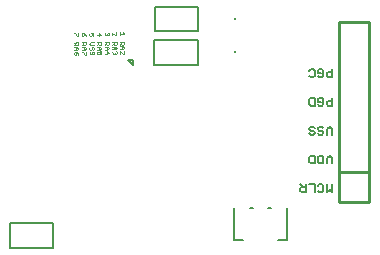
<source format=gto>
G75*
G70*
%OFA0B0*%
%FSLAX24Y24*%
%IPPOS*%
%LPD*%
%AMOC8*
5,1,8,0,0,1.08239X$1,22.5*
%
%ADD10C,0.0030*%
%ADD11C,0.0060*%
%ADD12C,0.0080*%
%ADD13C,0.0070*%
%ADD14C,0.0100*%
%ADD15R,0.0079X0.0079*%
D10*
X029154Y008087D02*
X029177Y008064D01*
X029201Y008064D01*
X029224Y008088D01*
X029223Y008158D01*
X029176Y008157D01*
X029153Y008134D01*
X029154Y008087D01*
X029223Y008158D02*
X029270Y008112D01*
X029294Y008066D01*
X029407Y008161D02*
X029431Y008162D01*
X029526Y008070D01*
X029549Y008071D01*
X029548Y008164D01*
X029500Y008226D02*
X029406Y008225D01*
X029476Y008226D02*
X029475Y008319D01*
X029498Y008320D02*
X029546Y008274D01*
X029500Y008226D01*
X029498Y008320D02*
X029405Y008318D01*
X029404Y008381D02*
X029449Y008429D01*
X029450Y008405D02*
X029449Y008475D01*
X029402Y008475D02*
X029542Y008477D01*
X029543Y008407D01*
X029520Y008383D01*
X029474Y008382D01*
X029450Y008405D01*
X029288Y008402D02*
X029287Y008473D01*
X029147Y008470D01*
X029194Y008471D02*
X029195Y008401D01*
X029219Y008378D01*
X029265Y008379D01*
X029288Y008402D01*
X029195Y008424D02*
X029149Y008377D01*
X029150Y008314D02*
X029243Y008315D01*
X029291Y008269D01*
X029245Y008222D01*
X029151Y008220D01*
X029221Y008221D02*
X029220Y008315D01*
X029660Y008299D02*
X029683Y008323D01*
X029660Y008299D02*
X029661Y008252D01*
X029685Y008229D01*
X029708Y008230D01*
X029731Y008254D01*
X029730Y008300D01*
X029753Y008324D01*
X029776Y008324D01*
X029800Y008302D01*
X029801Y008255D01*
X029778Y008231D01*
X029779Y008168D02*
X029756Y008168D01*
X029733Y008144D01*
X029734Y008097D01*
X029711Y008073D01*
X029687Y008073D01*
X029664Y008096D01*
X029663Y008143D01*
X029686Y008166D01*
X029779Y008168D02*
X029803Y008145D01*
X029804Y008098D01*
X029781Y008075D01*
X029919Y008100D02*
X029918Y008147D01*
X029941Y008171D01*
X029987Y008172D02*
X030012Y008125D01*
X030012Y008102D01*
X029989Y008078D01*
X029942Y008077D01*
X029919Y008100D01*
X029987Y008172D02*
X030057Y008173D01*
X030059Y008079D01*
X030174Y008105D02*
X030314Y008107D01*
X030242Y008176D01*
X030244Y008083D01*
X030241Y008239D02*
X030240Y008333D01*
X030263Y008333D02*
X030311Y008287D01*
X030265Y008240D01*
X030171Y008238D01*
X030170Y008331D02*
X030263Y008333D01*
X030285Y008396D02*
X030239Y008396D01*
X030215Y008419D01*
X030214Y008489D01*
X030214Y008442D02*
X030168Y008394D01*
X030167Y008488D02*
X030307Y008490D01*
X030308Y008420D01*
X030285Y008396D01*
X030423Y008399D02*
X030469Y008446D01*
X030470Y008423D02*
X030469Y008493D01*
X030422Y008492D02*
X030562Y008495D01*
X030563Y008425D01*
X030540Y008401D01*
X030494Y008400D01*
X030470Y008423D01*
X030495Y008337D02*
X030496Y008244D01*
X030520Y008244D02*
X030426Y008242D01*
X030451Y008180D02*
X030428Y008156D01*
X030429Y008109D01*
X030452Y008086D01*
X030476Y008087D01*
X030499Y008110D01*
X030498Y008134D01*
X030499Y008110D02*
X030522Y008088D01*
X030546Y008088D01*
X030569Y008112D01*
X030568Y008158D01*
X030544Y008181D01*
X030520Y008244D02*
X030565Y008292D01*
X030518Y008337D01*
X030425Y008336D01*
X030680Y008340D02*
X030773Y008342D01*
X030820Y008296D01*
X030775Y008248D01*
X030681Y008247D01*
X030682Y008184D02*
X030777Y008092D01*
X030801Y008092D01*
X030824Y008116D01*
X030823Y008163D01*
X030799Y008186D01*
X030751Y008248D02*
X030750Y008341D01*
X030748Y008405D02*
X030725Y008428D01*
X030723Y008498D01*
X030677Y008497D02*
X030817Y008499D01*
X030818Y008429D01*
X030795Y008405D01*
X030748Y008405D01*
X030724Y008451D02*
X030678Y008403D01*
X030682Y008184D02*
X030684Y008090D01*
X030056Y008283D02*
X030008Y008329D01*
X029915Y008327D01*
X029914Y008390D02*
X029959Y008438D01*
X029960Y008414D02*
X029959Y008484D01*
X029912Y008483D02*
X030052Y008486D01*
X030053Y008416D01*
X030030Y008392D01*
X029984Y008391D01*
X029960Y008414D01*
X029985Y008328D02*
X029986Y008235D01*
X030010Y008235D02*
X029916Y008234D01*
X030010Y008235D02*
X030056Y008283D01*
X029799Y008388D02*
X029705Y008386D01*
X029658Y008432D01*
X029704Y008480D01*
X029797Y008481D01*
X029283Y008692D02*
X029260Y008692D01*
X029165Y008783D01*
X029142Y008783D01*
X029282Y008786D02*
X029283Y008692D01*
X029398Y008717D02*
X029421Y008695D01*
X029445Y008695D01*
X029468Y008719D01*
X029467Y008789D01*
X029420Y008788D01*
X029397Y008764D01*
X029398Y008717D01*
X029467Y008789D02*
X029514Y008743D01*
X029538Y008697D01*
X029653Y008722D02*
X029652Y008769D01*
X029675Y008792D01*
X029722Y008793D02*
X029746Y008747D01*
X029746Y008724D01*
X029723Y008700D01*
X029676Y008699D01*
X029653Y008722D01*
X029722Y008793D02*
X029792Y008794D01*
X029793Y008701D01*
X029908Y008726D02*
X030048Y008729D01*
X029976Y008798D01*
X029978Y008704D01*
X030163Y008731D02*
X030162Y008778D01*
X030185Y008801D01*
X030232Y008755D02*
X030233Y008732D01*
X030210Y008708D01*
X030186Y008708D01*
X030163Y008731D01*
X030233Y008732D02*
X030256Y008709D01*
X030280Y008710D01*
X030303Y008733D01*
X030302Y008780D01*
X030278Y008803D01*
X030416Y008805D02*
X030511Y008714D01*
X030535Y008714D01*
X030558Y008738D01*
X030557Y008784D01*
X030533Y008807D01*
X030416Y008805D02*
X030418Y008712D01*
X030673Y008716D02*
X030671Y008810D01*
X030672Y008763D02*
X030812Y008766D01*
X030765Y008811D01*
D11*
X036990Y007539D02*
X037033Y007582D01*
X037120Y007582D01*
X037163Y007539D01*
X037163Y007366D01*
X037120Y007322D01*
X037033Y007322D01*
X036990Y007366D01*
X037284Y007366D02*
X037328Y007322D01*
X037414Y007322D01*
X037458Y007366D01*
X037458Y007539D01*
X037414Y007582D01*
X037328Y007582D01*
X037284Y007539D01*
X037284Y007452D01*
X037371Y007452D01*
X037579Y007452D02*
X037622Y007496D01*
X037752Y007496D01*
X037752Y007582D02*
X037752Y007322D01*
X037622Y007322D01*
X037579Y007366D01*
X037579Y007452D01*
X037414Y006622D02*
X037328Y006622D01*
X037284Y006579D01*
X037284Y006492D01*
X037371Y006492D01*
X037284Y006406D02*
X037328Y006362D01*
X037414Y006362D01*
X037458Y006406D01*
X037458Y006579D01*
X037414Y006622D01*
X037579Y006492D02*
X037622Y006536D01*
X037752Y006536D01*
X037752Y006622D02*
X037752Y006362D01*
X037622Y006362D01*
X037579Y006406D01*
X037579Y006492D01*
X037163Y006362D02*
X037033Y006362D01*
X036990Y006406D01*
X036990Y006579D01*
X037033Y006622D01*
X037163Y006622D01*
X037163Y006362D01*
X037120Y005662D02*
X037163Y005619D01*
X037120Y005662D02*
X037033Y005662D01*
X036990Y005619D01*
X036990Y005576D01*
X037033Y005532D01*
X037120Y005532D01*
X037163Y005489D01*
X037163Y005446D01*
X037120Y005402D01*
X037033Y005402D01*
X036990Y005446D01*
X037284Y005446D02*
X037328Y005402D01*
X037414Y005402D01*
X037458Y005446D01*
X037458Y005489D01*
X037414Y005532D01*
X037328Y005532D01*
X037284Y005576D01*
X037284Y005619D01*
X037328Y005662D01*
X037414Y005662D01*
X037458Y005619D01*
X037579Y005576D02*
X037579Y005402D01*
X037752Y005402D02*
X037752Y005576D01*
X037666Y005662D01*
X037579Y005576D01*
X037666Y004702D02*
X037579Y004616D01*
X037579Y004442D01*
X037458Y004442D02*
X037328Y004442D01*
X037284Y004486D01*
X037284Y004659D01*
X037328Y004702D01*
X037458Y004702D01*
X037458Y004442D01*
X037752Y004442D02*
X037752Y004616D01*
X037666Y004702D01*
X037163Y004702D02*
X037033Y004702D01*
X036990Y004659D01*
X036990Y004486D01*
X037033Y004442D01*
X037163Y004442D01*
X037163Y004702D01*
X037163Y003742D02*
X036990Y003742D01*
X036868Y003742D02*
X036868Y003482D01*
X036738Y003482D01*
X036695Y003526D01*
X036695Y003612D01*
X036738Y003656D01*
X036868Y003656D01*
X036782Y003656D02*
X036695Y003742D01*
X037163Y003742D02*
X037163Y003482D01*
X037284Y003526D02*
X037328Y003482D01*
X037414Y003482D01*
X037458Y003526D01*
X037458Y003699D01*
X037414Y003742D01*
X037328Y003742D01*
X037284Y003699D01*
X037579Y003742D02*
X037579Y003482D01*
X037666Y003569D01*
X037752Y003482D01*
X037752Y003742D01*
D12*
X027020Y002444D02*
X027020Y001632D01*
X028457Y001632D01*
X028457Y002444D01*
X027020Y002444D01*
X031116Y007712D02*
X031116Y007889D01*
X030940Y007889D01*
X031062Y007767D01*
X031116Y007712D01*
X031828Y007732D02*
X031828Y008544D01*
X033265Y008544D01*
X033265Y007732D01*
X031828Y007732D01*
X031858Y008842D02*
X031858Y009654D01*
X033295Y009654D01*
X033295Y008842D01*
X031858Y008842D01*
D13*
X034468Y002946D02*
X034468Y001878D01*
X034786Y001878D01*
X035938Y001878D02*
X036257Y001878D01*
X036257Y002946D01*
X035711Y002949D02*
X035609Y002949D01*
X035121Y002949D02*
X035019Y002949D01*
D14*
X037985Y003146D02*
X037985Y004146D01*
X038985Y004146D01*
X037985Y004146D02*
X037985Y009146D01*
X038985Y009146D01*
X038985Y003146D01*
X037985Y003146D01*
D15*
X034506Y008168D03*
X034506Y009248D03*
M02*

</source>
